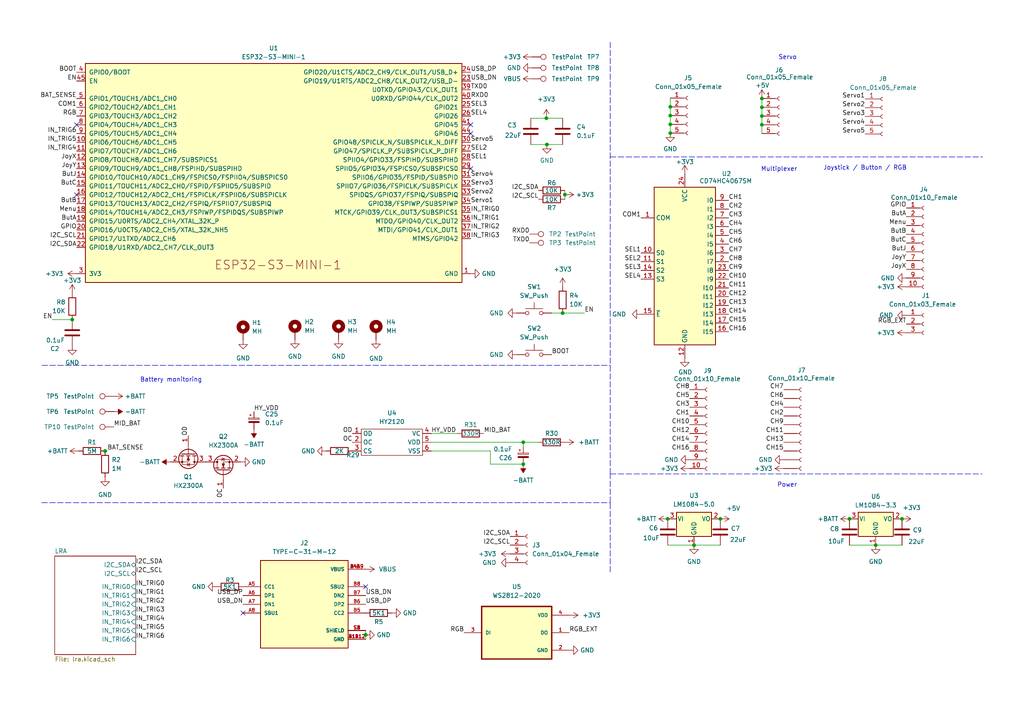
<source format=kicad_sch>
(kicad_sch (version 20211123) (generator eeschema)
  (paper "A4")
  (lib_symbols
    (symbol "74xx:CD74HC4067SM"
      (property "Reference" "U" (at -8.89 22.86 0))
      (property "Value" "CD74HC4067SM" (at 1.27 22.86 0))
      (symbol "CD74HC4067SM_1_1"
        (pin passive line (at -12.7 12.7 0) (length 3.81) (name "COM") (number "1"))
        (pin input line (at -12.7 2.54 0) (length 3.81) (name "S0") (number "10"))
        (pin input line (at -12.7 0 0) (length 3.81) (name "S1") (number "11"))
        (pin power_in line (at 0 -27.94 90) (length 3.81) (name "GND") (number "12"))
        (pin input line (at -12.7 -5.08 0) (length 3.81) (name "S3") (number "13"))
        (pin input line (at -12.7 -2.54 0) (length 3.81) (name "S2") (number "14"))
        (pin input line (at -12.7 -15.24 0) (length 3.81) (name "~{E}") (number "15"))
        (pin passive line (at 12.7 -20.32 180) (length 3.81) (name "I15") (number "16"))
        (pin passive line (at 12.7 -17.78 180) (length 3.81) (name "I14") (number "17"))
        (pin passive line (at 12.7 -15.24 180) (length 3.81) (name "I13") (number "18"))
        (pin passive line (at 12.7 -12.7 180) (length 3.81) (name "I12") (number "19"))
        (pin passive line (at 12.7 0 180) (length 3.81) (name "I7") (number "2"))
        (pin passive line (at 12.7 -10.16 180) (length 3.81) (name "I11") (number "20"))
        (pin passive line (at 12.7 -7.62 180) (length 3.81) (name "I10") (number "21"))
        (pin passive line (at 12.7 -5.08 180) (length 3.81) (name "I9") (number "22"))
        (pin passive line (at 12.7 -2.54 180) (length 3.81) (name "I8") (number "23"))
        (pin power_in line (at 0 25.4 270) (length 3.81) (name "VCC") (number "24"))
        (pin passive line (at 12.7 2.54 180) (length 3.81) (name "I6") (number "3"))
        (pin passive line (at 12.7 5.08 180) (length 3.81) (name "I5") (number "4"))
        (pin passive line (at 12.7 7.62 180) (length 3.81) (name "I4") (number "5"))
        (pin passive line (at 12.7 10.16 180) (length 3.81) (name "I3") (number "6"))
        (pin passive line (at 12.7 12.7 180) (length 3.81) (name "I2") (number "7"))
        (pin passive line (at 12.7 15.24 180) (length 3.81) (name "I1") (number "8"))
        (pin passive line (at 12.7 17.78 180) (length 3.81) (name "I0") (number "9"))
      )
    )
    (symbol "Conn_01x10_Female_1" (pin_numbers hide) (pin_names (offset 1.016) hide)
      (property "Reference" "J" (at 0 12.7 0))
      (property "Value" "Conn_01x10_Female_1" (at 0 -15.24 0))
      (symbol "Conn_01x10_Female_1_1_1"
        (pin passive line (at -5.08 10.16 0) (length 3.81) (name "Pin_1") (number "1"))
        (pin passive line (at -5.08 -12.7 0) (length 3.81) (name "Pin_10") (number "10"))
        (pin passive line (at -5.08 7.62 0) (length 3.81) (name "Pin_2") (number "2"))
        (pin passive line (at -5.08 5.08 0) (length 3.81) (name "Pin_3") (number "3"))
        (pin passive line (at -5.08 2.54 0) (length 3.81) (name "Pin_4") (number "4"))
        (pin passive line (at -5.08 0 0) (length 3.81) (name "Pin_5") (number "5"))
        (pin passive line (at -5.08 -2.54 0) (length 3.81) (name "Pin_6") (number "6"))
        (pin passive line (at -5.08 -5.08 0) (length 3.81) (name "Pin_7") (number "7"))
        (pin passive line (at -5.08 -7.62 0) (length 3.81) (name "Pin_8") (number "8"))
        (pin passive line (at -5.08 -10.16 0) (length 3.81) (name "Pin_9") (number "9"))
      )
    )
    (symbol "Connector:Conn_01x03_Female" (pin_names (offset 1.016) hide)
      (property "Reference" "J" (at 0 5.08 0))
      (property "Value" "Conn_01x03_Female" (at 0 -5.08 0))
      (symbol "Conn_01x03_Female_1_1"
        (pin passive line (at -5.08 2.54 0) (length 3.81) (name "Pin_1") (number "1"))
        (pin passive line (at -5.08 0 0) (length 3.81) (name "Pin_2") (number "2"))
        (pin passive line (at -5.08 -2.54 0) (length 3.81) (name "Pin_3") (number "3"))
      )
    )
    (symbol "Connector:Conn_01x04_Female" (pin_names (offset 1.016) hide)
      (property "Reference" "J" (at 0 5.08 0))
      (property "Value" "Conn_01x04_Female" (at 0 -7.62 0))
      (symbol "Conn_01x04_Female_1_1"
        (pin passive line (at -5.08 2.54 0) (length 3.81) (name "Pin_1") (number "1"))
        (pin passive line (at -5.08 0 0) (length 3.81) (name "Pin_2") (number "2"))
        (pin passive line (at -5.08 -2.54 0) (length 3.81) (name "Pin_3") (number "3"))
        (pin passive line (at -5.08 -5.08 0) (length 3.81) (name "Pin_4") (number "4"))
      )
    )
    (symbol "Connector:Conn_01x05_Female" (pin_names (offset 1.016) hide)
      (property "Reference" "J" (at 0 7.62 0))
      (property "Value" "Conn_01x05_Female" (at 0 -7.62 0))
      (symbol "Conn_01x05_Female_1_1"
        (pin passive line (at -5.08 5.08 0) (length 3.81) (name "Pin_1") (number "1"))
        (pin passive line (at -5.08 2.54 0) (length 3.81) (name "Pin_2") (number "2"))
        (pin passive line (at -5.08 0 0) (length 3.81) (name "Pin_3") (number "3"))
        (pin passive line (at -5.08 -2.54 0) (length 3.81) (name "Pin_4") (number "4"))
        (pin passive line (at -5.08 -5.08 0) (length 3.81) (name "Pin_5") (number "5"))
      )
    )
    (symbol "Connector:Conn_01x10_Female" (pin_names (offset 1.016) hide)
      (property "Reference" "J" (at 0 12.7 0))
      (property "Value" "Conn_01x10_Female" (at 0 -15.24 0))
      (symbol "Conn_01x10_Female_1_1"
        (pin passive line (at -5.08 10.16 0) (length 3.81) (name "Pin_1") (number "1"))
        (pin passive line (at -5.08 -12.7 0) (length 3.81) (name "Pin_10") (number "10"))
        (pin passive line (at -5.08 7.62 0) (length 3.81) (name "Pin_2") (number "2"))
        (pin passive line (at -5.08 5.08 0) (length 3.81) (name "Pin_3") (number "3"))
        (pin passive line (at -5.08 2.54 0) (length 3.81) (name "Pin_4") (number "4"))
        (pin passive line (at -5.08 0 0) (length 3.81) (name "Pin_5") (number "5"))
        (pin passive line (at -5.08 -2.54 0) (length 3.81) (name "Pin_6") (number "6"))
        (pin passive line (at -5.08 -5.08 0) (length 3.81) (name "Pin_7") (number "7"))
        (pin passive line (at -5.08 -7.62 0) (length 3.81) (name "Pin_8") (number "8"))
        (pin passive line (at -5.08 -10.16 0) (length 3.81) (name "Pin_9") (number "9"))
      )
    )
    (symbol "Connector:TestPoint" (pin_numbers hide) (pin_names (offset 0.762) hide)
      (property "Reference" "TP" (at 0 6.858 0))
      (property "Value" "TestPoint" (at 0 5.08 0))
      (symbol "TestPoint_1_1"
        (pin passive line (at 0 0 90) (length 2.54) (name "1") (number "1"))
      )
    )
    (symbol "Device:C" (pin_numbers hide) (pin_names (offset 0.254))
      (property "Reference" "C" (at 0.635 2.54 0))
      (property "Value" "C" (at 0.635 -2.54 0))
      (symbol "C_1_1"
        (pin passive line (at 0 3.81 270) (length 2.794) (name "~") (number "1"))
        (pin passive line (at 0 -3.81 90) (length 2.794) (name "~") (number "2"))
      )
    )
    (symbol "Device:C_Polarized_Small" (pin_numbers hide) (pin_names (offset 0.254) hide)
      (property "Reference" "C" (at 0.254 1.778 0))
      (property "Value" "C_Polarized_Small" (at 0.254 -2.032 0))
      (symbol "C_Polarized_Small_1_1"
        (pin passive line (at 0 2.54 270) (length 1.8542) (name "~") (number "1"))
        (pin passive line (at 0 -2.54 90) (length 1.8542) (name "~") (number "2"))
      )
    )
    (symbol "Device:R" (pin_numbers hide) (pin_names (offset 0))
      (property "Reference" "R" (at 2.032 0 90))
      (property "Value" "R" (at 0 0 90))
      (symbol "R_1_1"
        (pin passive line (at 0 3.81 270) (length 1.27) (name "~") (number "1"))
        (pin passive line (at 0 -3.81 90) (length 1.27) (name "~") (number "2"))
      )
    )
    (symbol "Espressif:ESP32-S3-MINI-1" (pin_names (offset 1.016))
      (property "Reference" "U" (at -55.88 38.1 0))
      (property "Value" "ESP32-S3-MINI-1" (at -55.88 35.56 0))
      (symbol "ESP32-S3-MINI-1_0_0"
        (text "ESP32-S3-MINI-1" (at 0 -25.4 0) (effects (font (size 2.54 2.54))))
        (pin power_in line (at 55.88 -27.94 180) (length 2.54) (name "GND") (number "1"))
        (pin bidirectional line (at -58.42 10.16 0) (length 2.54) (name "GPIO6/TOUCH6/ADC1_CH5") (number "10"))
        (pin bidirectional line (at -58.42 7.62 0) (length 2.54) (name "GPIO7/TOUCH7/ADC1_CH6") (number "11"))
        (pin bidirectional line (at -58.42 5.08 0) (length 2.54) (name "GPIO8/TOUCH8/ADC1_CH7/SUBSPICS1") (number "12"))
        (pin bidirectional line (at -58.42 2.54 0) (length 2.54) (name "GPIO9/TOUCH9/ADC1_CH8/FSPIHD/SUBSPIHD") (number "13"))
        (pin bidirectional line (at -58.42 0 0) (length 2.54) (name "GPIO10/TOUCH10/ADC1_CH9/FSPICS0/FSPIIO4/SUBSPICS0") (number "14"))
        (pin bidirectional line (at -58.42 -2.54 0) (length 2.54) (name "GPIO11/TOUCH11/ADC2_CH0/FSPID/FSPIIO5/SUBSPID") (number "15"))
        (pin bidirectional line (at -58.42 -5.08 0) (length 2.54) (name "GPIO12/TOUCH12/ADC2_CH1/FSPICLK/FSPIIO6/SUBSPICLK") (number "16"))
        (pin bidirectional line (at -58.42 -7.62 0) (length 2.54) (name "GPIO13/TOUCH13/ADC2_CH2/FSPIQ/FSPIIO7/SUBSPIQ") (number "17"))
        (pin bidirectional line (at -58.42 -10.16 0) (length 2.54) (name "GPIO14/TOUCH14/ADC2_CH3/FSPIWP/FSPIDQS/SUBSPIWP") (number "18"))
        (pin bidirectional line (at -58.42 -12.7 0) (length 2.54) (name "GPIO15/U0RTS/ADC2_CH4/XTAL_32K_P") (number "19"))
        (pin passive line (at 55.88 -27.94 180) (length 2.54) hide (name "GND") (number "2"))
        (pin bidirectional line (at -58.42 -15.24 0) (length 2.54) (name "GPIO16/U0CTS/ADC2_CH5/XTAL_32K_NH5") (number "20"))
        (pin bidirectional line (at -58.42 -17.78 0) (length 2.54) (name "GPIO17/U1TXD/ADC2_CH6") (number "21"))
        (pin bidirectional line (at -58.42 -20.32 0) (length 2.54) (name "GPIO18/U1RXD/ADC2_CH7/CLK_OUT3") (number "22"))
        (pin bidirectional line (at 55.88 27.94 180) (length 2.54) (name "GPIO19/U1RTS/ADC2_CH8/CLK_OUT2/USB_D-") (number "23"))
        (pin bidirectional line (at 55.88 30.48 180) (length 2.54) (name "GPIO20/U1CTS/ADC2_CH9/CLK_OUT1/USB_D+") (number "24"))
        (pin bidirectional line (at 55.88 20.32 180) (length 2.54) (name "GPIO21") (number "25"))
        (pin bidirectional line (at 55.88 17.78 180) (length 2.54) (name "GPIO26") (number "26"))
        (pin bidirectional line (at 55.88 7.62 180) (length 2.54) (name "GPIO47/SPICLK_P/SUBSPICLK_P_DIFF") (number "27"))
        (pin bidirectional line (at 55.88 5.08 180) (length 2.54) (name "SPIIO4/GPIO33/FSPIHD/SUBSPIHD") (number "28"))
        (pin bidirectional line (at 55.88 2.54 180) (length 2.54) (name "SPIIO5/GPIO34/FSPICS0/SUBSPICS0") (number "29"))
        (pin power_in line (at -58.42 -27.94 0) (length 2.54) (name "3V3") (number "3"))
        (pin bidirectional line (at 55.88 10.16 180) (length 2.54) (name "GPIO48/SPICLK_N/SUBSPICLK_N_DIFF") (number "30"))
        (pin bidirectional line (at 55.88 0 180) (length 2.54) (name "SPIIO6/GPIO35/FSPID/SUBSPID") (number "31"))
        (pin bidirectional line (at 55.88 -2.54 180) (length 2.54) (name "SPIIO7/GPIO36/FSPICLK/SUBSPICLK") (number "32"))
        (pin bidirectional line (at 55.88 -5.08 180) (length 2.54) (name "SPIDQS/GPIO37/FSPIQ/SUBSPIQ") (number "33"))
        (pin bidirectional line (at 55.88 -7.62 180) (length 2.54) (name "GPIO38/FSPIWP/SUBSPIWP") (number "34"))
        (pin bidirectional line (at 55.88 -10.16 180) (length 2.54) (name "MTCK/GPIO39/CLK_OUT3/SUBSPICS1") (number "35"))
        (pin bidirectional line (at 55.88 -12.7 180) (length 2.54) (name "MTDO/GPIO40/CLK_OUT2") (number "36"))
        (pin bidirectional line (at 55.88 -15.24 180) (length 2.54) (name "MTDI/GPIO41/CLK_OUT1") (number "37"))
        (pin bidirectional line (at 55.88 -17.78 180) (length 2.54) (name "MTMS/GPIO42") (number "38"))
        (pin bidirectional line (at 55.88 25.4 180) (length 2.54) (name "U0TXD/GPIO43/CLK_OUT1") (number "39"))
        (pin bidirectional line (at -58.42 30.48 0) (length 2.54) (name "GPIO0/BOOT") (number "4"))
        (pin bidirectional line (at 55.88 22.86 180) (length 2.54) (name "U0RXD/GPIO44/CLK_OUT2") (number "40"))
        (pin bidirectional line (at 55.88 15.24 180) (length 2.54) (name "GPIO45") (number "41"))
        (pin passive line (at 55.88 -27.94 180) (length 2.54) hide (name "GND") (number "42"))
        (pin passive line (at 55.88 -27.94 180) (length 2.54) hide (name "GND") (number "43"))
        (pin bidirectional line (at 55.88 12.7 180) (length 2.54) (name "GPIO46") (number "44"))
        (pin input line (at -58.42 27.94 0) (length 2.54) (name "EN") (number "45"))
        (pin passive line (at 55.88 -27.94 180) (length 2.54) hide (name "GND") (number "46"))
        (pin passive line (at 55.88 -27.94 180) (length 2.54) hide (name "GND") (number "47"))
        (pin passive line (at 55.88 -27.94 180) (length 2.54) hide (name "GND") (number "48"))
        (pin passive line (at 55.88 -27.94 180) (length 2.54) hide (name "GND") (number "49"))
        (pin bidirectional line (at -58.42 22.86 0) (length 2.54) (name "GPIO1/TOUCH1/ADC1_CH0") (number "5"))
        (pin passive line (at 55.88 -27.94 180) (length 2.54) hide (name "GND") (number "50"))
        (pin passive line (at 55.88 -27.94 180) (length 2.54) hide (name "GND") (number "51"))
        (pin passive line (at 55.88 -27.94 180) (length 2.54) hide (name "GND") (number "52"))
        (pin passive line (at 55.88 -27.94 180) (length 2.54) hide (name "GND") (number "53"))
        (pin passive line (at 55.88 -27.94 180) (length 2.54) hide (name "GND") (number "54"))
        (pin passive line (at 55.88 -27.94 180) (length 2.54) hide (name "GND") (number "55"))
        (pin passive line (at 55.88 -27.94 180) (length 2.54) hide (name "GND") (number "56"))
        (pin passive line (at 55.88 -27.94 180) (length 2.54) hide (name "GND") (number "57"))
        (pin passive line (at 55.88 -27.94 180) (length 2.54) hide (name "GND") (number "58"))
        (pin passive line (at 55.88 -27.94 180) (length 2.54) hide (name "GND") (number "59"))
        (pin bidirectional line (at -58.42 20.32 0) (length 2.54) (name "GPIO2/TOUCH2/ADC1_CH1") (number "6"))
        (pin passive line (at 55.88 -27.94 180) (length 2.54) hide (name "GND") (number "60"))
        (pin passive line (at 55.88 -27.94 180) (length 2.54) hide (name "GND") (number "61"))
        (pin passive line (at 55.88 -27.94 180) (length 2.54) hide (name "GND") (number "62"))
        (pin passive line (at 55.88 -27.94 180) (length 2.54) hide (name "GND") (number "63"))
        (pin passive line (at 55.88 -27.94 180) (length 2.54) hide (name "GND") (number "64"))
        (pin passive line (at 55.88 -27.94 180) (length 2.54) hide (name "GND") (number "65"))
        (pin bidirectional line (at -58.42 17.78 0) (length 2.54) (name "GPIO3/TOUCH3/ADC1_CH2") (number "7"))
        (pin bidirectional line (at -58.42 15.24 0) (length 2.54) (name "GPIO4/TOUCH4/ADC1_CH3") (number "8"))
        (pin bidirectional line (at -58.42 12.7 0) (length 2.54) (name "GPIO5/TOUCH5/ADC1_CH4") (number "9"))
      )
    )
    (symbol "Mechanical:MountingHole_Pad" (pin_numbers hide) (pin_names (offset 1.016) hide)
      (property "Reference" "H" (at 0 6.35 0))
      (property "Value" "MountingHole_Pad" (at 0 4.445 0))
      (symbol "MountingHole_Pad_1_1"
        (pin input line (at 0 -2.54 90) (length 2.54) (name "1") (number "1"))
      )
    )
    (symbol "Regulator_Linear:LM1084-3.3" (pin_names (offset 0.254))
      (property "Reference" "U" (at -3.81 3.175 0))
      (property "Value" "LM1084-3.3" (at 0 3.175 0))
      (symbol "LM1084-3.3_1_1"
        (pin power_in line (at 0 -7.62 90) (length 2.54) (name "GND") (number "1"))
        (pin power_out line (at 7.62 0 180) (length 2.54) (name "VO") (number "2"))
        (pin power_in line (at -7.62 0 0) (length 2.54) (name "VI") (number "3"))
      )
    )
    (symbol "Regulator_Linear:LM1084-5.0" (pin_names (offset 0.254))
      (property "Reference" "U" (at -3.81 3.175 0))
      (property "Value" "LM1084-5.0" (at 0 3.175 0))
      (symbol "LM1084-5.0_1_1"
        (pin power_in line (at 0 -7.62 90) (length 2.54) (name "GND") (number "1"))
        (pin power_out line (at 7.62 0 180) (length 2.54) (name "VO") (number "2"))
        (pin power_in line (at -7.62 0 0) (length 2.54) (name "VI") (number "3"))
      )
    )
    (symbol "Switch:SW_Push" (pin_numbers hide) (pin_names (offset 1.016) hide)
      (property "Reference" "SW" (at 1.27 2.54 0))
      (property "Value" "SW_Push" (at 0 -1.524 0))
      (symbol "SW_Push_0_1"
        (pin passive line (at -5.08 0 0) (length 2.54) (name "1") (number "1"))
        (pin passive line (at 5.08 0 180) (length 2.54) (name "2") (number "2"))
      )
    )
    (symbol "TYPE-C-31-M-12:TYPE-C-31-M-12" (pin_names (offset 1.016))
      (property "Reference" "J" (at -12.7 13.462 0))
      (property "Value" "TYPE-C-31-M-12" (at -12.7 -13.462 0))
      (symbol "TYPE-C-31-M-12_0_0"
        (pin power_in line (at 17.78 -10.16 180) (length 5.08) (name "GND") (number "A1B12"))
        (pin power_in line (at 17.78 10.16 180) (length 5.08) (name "VBUS") (number "A4B9"))
        (pin bidirectional line (at -17.78 5.08 0) (length 5.08) (name "CC1") (number "A5"))
        (pin bidirectional line (at -17.78 2.54 0) (length 5.08) (name "DP1") (number "A6"))
        (pin bidirectional line (at -17.78 0 0) (length 5.08) (name "DN1") (number "A7"))
        (pin bidirectional line (at -17.78 -2.54 0) (length 5.08) (name "SBU1") (number "A8"))
        (pin power_in line (at 17.78 -10.16 180) (length 5.08) (name "GND") (number "B1A12"))
        (pin power_in line (at 17.78 10.16 180) (length 5.08) (name "VBUS") (number "B4A9"))
        (pin bidirectional line (at 17.78 -2.54 180) (length 5.08) (name "CC2") (number "B5"))
        (pin bidirectional line (at 17.78 0 180) (length 5.08) (name "DP2") (number "B6"))
        (pin bidirectional line (at 17.78 2.54 180) (length 5.08) (name "DN2") (number "B7"))
        (pin bidirectional line (at 17.78 5.08 180) (length 5.08) (name "SBU2") (number "B8"))
        (pin passive line (at 17.78 -7.62 180) (length 5.08) (name "SHIELD") (number "S1"))
        (pin passive line (at 17.78 -7.62 180) (length 5.08) (name "SHIELD") (number "S2"))
        (pin passive line (at 17.78 -7.62 180) (length 5.08) (name "SHIELD") (number "S3"))
        (pin passive line (at 17.78 -7.62 180) (length 5.08) (name "SHIELD") (number "S4"))
      )
    )
    (symbol "Transistor_FET:2N7002E" (pin_names hide)
      (property "Reference" "Q" (at 5.08 1.905 0))
      (property "Value" "2N7002E" (at 5.08 0 0))
      (symbol "2N7002E_1_1"
        (pin input line (at -5.08 0 0) (length 2.54) (name "G") (number "1"))
        (pin passive line (at 2.54 -5.08 90) (length 2.54) (name "S") (number "2"))
        (pin passive line (at 2.54 5.08 270) (length 2.54) (name "D") (number "3"))
      )
    )
    (symbol "WS2812-2020:WS2812-2020" (pin_names (offset 1.016))
      (property "Reference" "U" (at -10.1778 7.6333 0))
      (property "Value" "WS2812-2020" (at -10.1779 -10.1779 0))
      (symbol "WS2812-2020_0_0"
        (pin output line (at 15.24 0 180) (length 5.08) (name "DO") (number "1"))
        (pin power_in line (at 15.24 -5.08 180) (length 5.08) (name "GND") (number "2"))
        (pin input line (at -15.24 0 0) (length 5.08) (name "DI") (number "3"))
        (pin power_in line (at 15.24 5.08 180) (length 5.08) (name "VDD") (number "4"))
      )
    )
    (symbol "dextra:HY2120"
      (property "Reference" "U" (at 0 0 0))
      (property "Value" "HY2120" (at 0 2.54 0))
      (symbol "HY2120_1_1"
        (pin output line (at -11.43 5.08 0) (length 2.54) (name "OD") (number "1"))
        (pin output line (at -11.43 2.54 0) (length 2.54) (name "OC") (number "2"))
        (pin input line (at -11.43 0 0) (length 2.54) (name "CS") (number "3"))
        (pin input line (at 11.43 5.08 180) (length 2.54) (name "VC") (number "4"))
        (pin power_in line (at 11.43 2.54 180) (length 2.54) (name "VDD") (number "5"))
        (pin power_in line (at 11.43 0 180) (length 2.54) (name "VSS") (number "6"))
      )
    )
    (symbol "power:+3.3V" (power) (pin_names (offset 0))
      (property "Value" "+3.3V" (at 0 3.556 0))
      (symbol "+3.3V_1_1"
        (pin power_in line (at 0 0 90) (length 0) hide (name "+3V3") (number "1"))
      )
    )
    (symbol "power:+5V" (power) (pin_names (offset 0))
      (property "Value" "+5V" (at 0 3.556 0))
      (symbol "+5V_1_1"
        (pin power_in line (at 0 0 90) (length 0) hide (name "+5V") (number "1"))
      )
    )
    (symbol "power:+BATT" (power) (pin_names (offset 0))
      (property "Value" "+BATT" (at 0 3.556 0))
      (symbol "+BATT_1_1"
        (pin power_in line (at 0 0 90) (length 0) hide (name "+BATT") (number "1"))
      )
    )
    (symbol "power:-BATT" (power) (pin_names (offset 0))
      (property "Value" "-BATT" (at 0 3.556 0))
      (symbol "-BATT_1_1"
        (pin power_in line (at 0 0 90) (length 0) hide (name "-BATT") (number "1"))
      )
    )
    (symbol "power:GND" (power) (pin_names (offset 0))
      (property "Value" "GND" (at 0 -3.81 0))
      (symbol "GND_1_1"
        (pin power_in line (at 0 0 270) (length 0) hide (name "GND") (number "1"))
      )
    )
    (symbol "power:VBUS" (power) (pin_names (offset 0))
      (property "Value" "VBUS" (at 0 3.81 0))
      (symbol "VBUS_1_1"
        (pin power_in line (at 0 0 90) (length 0) hide (name "VBUS") (number "1"))
      )
    )
  )
  (junction (at 106.045 184.15))
  (junction (at 194.4116 36.068))
  (junction (at 163.195 90.805))
  (junction (at 220.98 33.655))
  (junction (at 158.623 41.91))
  (junction (at 194.4116 33.528))
  (junction (at 151.765 134.62))
  (junction (at 201.295 158.115))
  (junction (at 30.48 130.81))
  (junction (at 158.4706 34.29))
  (junction (at 220.98 28.575))
  (junction (at 20.955 92.71))
  (junction (at 194.4116 30.988))
  (junction (at 208.915 150.495))
  (junction (at 220.98 31.115))
  (junction (at 261.62 150.495))
  (junction (at 254 158.115))
  (junction (at 246.38 150.495))
  (junction (at 151.765 128.27))
  (junction (at 163.83 56.4642))
  (junction (at 194.4116 38.608))
  (junction (at 220.98 36.195))
  (junction (at 193.675 150.495))
  (no_connect (at 136.525 48.895))
  (no_connect (at 136.525 38.735))
  (no_connect (at 106.045 170.18))
  (no_connect (at 22.225 36.195))
  (no_connect (at 22.225 56.515))
  (no_connect (at 70.485 177.8))
  (no_connect (at 136.525 36.195))
  (wire (pts (xy 160.02 90.805) (xy 163.195 90.805)))
  (wire (pts (xy 193.675 158.115) (xy 201.295 158.115)))
  (wire (pts (xy 220.98 33.655) (xy 220.98 36.195)))
  (wire (pts (xy 163.83 55.245) (xy 163.83 56.4642)))
  (wire (pts (xy 142.24 130.81) (xy 125.095 130.81)))
  (wire (pts (xy 15.1638 92.71) (xy 20.955 92.71)))
  (wire (pts (xy 125.095 125.73) (xy 132.715 125.73)))
  (wire (pts (xy 153.9494 41.91) (xy 158.623 41.91)))
  (wire (pts (xy 163.195 90.805) (xy 169.545 90.805)))
  (wire (pts (xy 106.045 184.15) (xy 106.045 185.42)))
  (wire (pts (xy 151.765 128.27) (xy 151.765 129.54)))
  (wire (pts (xy 194.4116 28.448) (xy 194.4116 30.988)))
  (wire (pts (xy 151.765 128.27) (xy 156.21 128.27)))
  (wire (pts (xy 142.24 134.62) (xy 151.765 134.62)))
  (wire (pts (xy 194.4116 33.528) (xy 194.4116 36.068)))
  (wire (pts (xy 194.4116 36.068) (xy 194.4116 38.608)))
  (wire (pts (xy 158.623 41.91) (xy 163.195 41.91)))
  (wire (pts (xy 201.295 158.115) (xy 208.915 158.115)))
  (polyline (pts (xy 176.9872 105.9688) (xy 176.9872 106.172)))
  (polyline (pts (xy 176.9872 145.7452) (xy 176.9872 137.4648)))
  (polyline (pts (xy 12.0904 145.796) (xy 176.9872 145.796)))
  (wire (pts (xy 254 158.115) (xy 261.62 158.115)))
  (wire (pts (xy 220.98 28.575) (xy 220.98 31.115)))
  (polyline (pts (xy 176.9872 45.5168) (xy 284.988 45.5168)))
  (wire (pts (xy 30.48 130.81) (xy 31.115 130.81)))
  (wire (pts (xy 125.095 128.27) (xy 151.765 128.27)))
  (polyline (pts (xy 176.9872 137.4648) (xy 176.9872 45.5168)))
  (wire (pts (xy 220.98 36.195) (xy 220.98 38.735)))
  (wire (pts (xy 194.4116 30.988) (xy 194.4116 33.528)))
  (wire (pts (xy 220.98 31.115) (xy 220.98 33.655)))
  (polyline (pts (xy 176.9872 137.4648) (xy 284.8356 137.4648)))
  (wire (pts (xy 246.38 158.115) (xy 254 158.115)))
  (polyline (pts (xy 176.9872 165.9128) (xy 176.9872 145.796)))
  (wire (pts (xy 142.24 130.81) (xy 142.24 134.62)))
  (wire (pts (xy 158.4706 34.29) (xy 163.195 34.29)))
  (wire (pts (xy 163.83 56.4642) (xy 163.83 57.785)))
  (wire (pts (xy 106.045 182.88) (xy 106.045 184.15)))
  (polyline (pts (xy 12.1412 105.9688) (xy 176.9872 105.9688)))
  (wire (pts (xy 153.9494 34.29) (xy 158.4706 34.29)))
  (polyline (pts (xy 176.9872 12.2428) (xy 176.9872 45.5168)))
  (text "Multiplexer" (at 220.6752 49.8856 0) (effects (font (size 1.27 1.27)) (justify left bottom)))
  (text "Battery monitoring" (at 40.5892 110.998 0) (effects (font (size 1.27 1.27)) (justify left bottom)))
  (text "Power" (at 225.3996 141.478 0) (effects (font (size 1.27 1.27)) (justify left bottom)))
  (text "Joystick / Button / RGB" (at 238.76 49.53 0) (effects (font (size 1.27 1.27)) (justify left bottom)))
  (text "Servo" (at 225.7552 17.4752 0) (effects (font (size 1.27 1.27)) (justify left bottom)))
  (label "SEL4" (at 136.525 33.655 0))
  (label "CH2" (at 211.328 60.6552 0))
  (label "Servo4" (at 136.525 51.435 0))
  (label "RGB" (at 22.225 33.655 180))
  (label "CH15" (at 211.328 93.6752 0))
  (label "CH5" (at 200.025 115.57 180))
  (label "CH14" (at 211.328 91.1352 0))
  (label "TXD0" (at 153.5938 70.4342 180))
  (label "CH4" (at 227.33 118.11 180))
  (label "Servo3" (at 250.9012 33.782 180))
  (label "IN_TRIG3" (at 136.525 69.215 0))
  (label "ButJ" (at 22.225 51.435 180))
  (label "CH8" (at 200.025 113.03 180))
  (label "I2C_SCL" (at 39.37 166.37 0))
  (label "RXD0" (at 136.525 28.575 0))
  (label "ButC" (at 22.225 53.975 180))
  (label "ButA" (at 262.89 62.865 180))
  (label "BAT_SENSE" (at 31.115 130.81 0))
  (label "CH3" (at 211.328 63.1952 0))
  (label "JoyY" (at 262.89 75.565 180))
  (label "Menu" (at 262.89 65.405 180))
  (label "HY_VDD" (at 73.66 119.38 0))
  (label "CH12" (at 211.328 86.0552 0))
  (label "IN_TRIG6" (at 22.225 38.735 180))
  (label "BOOT" (at 22.225 20.955 180))
  (label "CH2" (at 227.33 120.65 180))
  (label "ButB" (at 262.89 67.945 180))
  (label "IN_TRIG0" (at 136.525 61.595 0))
  (label "ButC" (at 262.89 70.485 180))
  (label "COM1" (at 22.225 31.115 180))
  (label "Servo2" (at 136.525 56.515 0))
  (label "Servo5" (at 250.9012 38.862 180))
  (label "SEL3" (at 185.928 78.4352 180))
  (label "SEL1" (at 136.525 46.355 0))
  (label "SEL2" (at 136.525 43.815 0))
  (label "I2C_SCL" (at 156.21 57.785 180))
  (label "CH3" (at 200.025 118.11 180))
  (label "CH14" (at 200.025 128.27 180))
  (label "EN" (at 22.225 23.495 180))
  (label "JoyX" (at 22.225 46.355 180))
  (label "Menu" (at 22.225 61.595 180))
  (label "CH16" (at 211.328 96.2152 0))
  (label "IN_TRIG0" (at 39.37 170.18 0))
  (label "IN_TRIG4" (at 39.37 180.34 0))
  (label "SEL3" (at 136.525 31.115 0))
  (label "BAT_SENSE" (at 22.225 28.575 180))
  (label "Servo3" (at 136.525 53.975 0))
  (label "CH8" (at 211.328 75.8952 0))
  (label "RGB" (at 134.62 183.515 180))
  (label "IN_TRIG5" (at 22.225 41.275 180))
  (label "Servo4" (at 250.9012 36.322 180))
  (label "CH11" (at 227.33 125.73 180))
  (label "OD" (at 54.61 126.365 90))
  (label "SEL2" (at 185.928 75.8952 180))
  (label "I2C_SCL" (at 22.225 69.215 180))
  (label "CH11" (at 211.328 83.5152 0))
  (label "CH9" (at 227.33 123.19 180))
  (label "I2C_SDA" (at 147.955 155.575 180))
  (label "RGB_EXT" (at 262.89 93.98 180))
  (label "USB_DN" (at 70.485 175.26 180))
  (label "CH12" (at 200.025 125.73 180))
  (label "CH7" (at 211.328 73.3552 0))
  (label "ButJ" (at 262.89 73.025 180))
  (label "Servo1" (at 250.9012 28.702 180))
  (label "SEL4" (at 185.928 80.9752 180))
  (label "OD" (at 102.235 125.73 180))
  (label "USB_DN" (at 106.045 172.72 0))
  (label "TXD0" (at 136.525 26.035 0))
  (label "GPIO" (at 22.225 66.675 180))
  (label "CH4" (at 211.328 65.7352 0))
  (label "IN_TRIG4" (at 22.225 43.815 180))
  (label "RGB_EXT" (at 165.1 183.515 0))
  (label "RXD0" (at 153.5938 67.8942 180))
  (label "IN_TRIG5" (at 39.37 182.88 0))
  (label "CH7" (at 227.33 113.03 180))
  (label "IN_TRIG6" (at 39.37 185.42 0))
  (label "MID_BAT" (at 33.02 123.825 0))
  (label "CH13" (at 227.33 128.27 180))
  (label "CH1" (at 211.328 58.1152 0))
  (label "OC" (at 64.77 141.605 270))
  (label "CH9" (at 211.328 78.4352 0))
  (label "CH6" (at 227.33 115.57 180))
  (label "CH6" (at 211.328 70.8152 0))
  (label "COM1" (at 185.928 63.1952 180))
  (label "SEL1" (at 185.928 73.3552 180))
  (label "ButA" (at 22.225 64.135 180))
  (label "CH10" (at 211.328 80.9752 0))
  (label "CH5" (at 211.328 68.2752 0))
  (label "MID_BAT" (at 140.335 125.73 0))
  (label "Servo2" (at 250.9012 31.242 180))
  (label "USB_DN" (at 136.525 23.495 0))
  (label "CH10" (at 200.025 123.19 180))
  (label "HY_VDD" (at 125.095 125.73 0))
  (label "I2C_SDA" (at 22.225 71.755 180))
  (label "I2C_SDA" (at 39.37 163.83 0))
  (label "IN_TRIG2" (at 136.525 66.675 0))
  (label "USB_DP" (at 106.045 175.26 0))
  (label "JoyY" (at 22.225 48.895 180))
  (label "GPIO" (at 262.89 60.325 180))
  (label "CH1" (at 200.025 120.65 180))
  (label "CH15" (at 227.33 130.81 180))
  (label "CH16" (at 200.025 130.81 180))
  (label "Servo5" (at 136.525 41.275 0))
  (label "I2C_SCL" (at 147.955 158.115 180))
  (label "IN_TRIG1" (at 136.525 64.135 0))
  (label "EN" (at 169.545 90.805 0))
  (label "USB_DP" (at 70.485 172.72 180))
  (label "Servo1" (at 136.525 59.055 0))
  (label "I2C_SDA" (at 156.21 55.245 180))
  (label "EN" (at 15.1638 92.71 180))
  (label "ButB" (at 22.225 59.055 180))
  (label "IN_TRIG3" (at 39.37 177.8 0))
  (label "CH13" (at 211.328 88.5952 0))
  (label "IN_TRIG2" (at 39.37 175.26 0))
  (label "BOOT" (at 160.02 102.87 0))
  (label "IN_TRIG1" (at 39.37 172.72 0))
  (label "OC" (at 102.235 128.27 180))
  (label "USB_DP" (at 136.525 20.955 0))
  (label "JoyX" (at 262.89 78.105 180))
  (symbol (lib_id "Transistor_FET:2N7002E") (at 54.61 131.445 270) (unit 1)
    (property "Reference" "Q1" (at 54.61 138.303 90))
    (property "Value" "HX2300A" (at 54.61 140.843 90))
    (property "Footprint" "Package_TO_SOT_SMD:SOT-23" (effects hide))
    (property "Datasheet" "http://www.diodes.com/assets/Datasheets/ds30376.pdf" (effects hide))
    (property "LCSC" "C296302" (effects hide))
  )
  (symbol (lib_id "power:+BATT") (at 246.38 150.495 90) (unit 1)
    (property "Reference" "#PWR0101" (effects hide))
    (property "Value" "+BATT" (at 243.205 150.4949 90) (effects (justify left)))
  )
  (symbol (lib_id "power:-BATT") (at 73.66 124.46 180) (unit 1)
    (property "Reference" "#PWR0132" (effects hide))
    (property "Value" "-BATT" (at 73.66 128.905 0))
  )
  (symbol (lib_id "Device:C_Polarized_Small") (at 151.765 132.08 0) (unit 1)
    (property "Reference" "C26" (at 148.59 132.804 0) (effects (justify right)))
    (property "Value" "0.1uF" (at 148.59 130.264 0) (effects (justify right)))
    (property "Footprint" "Capacitor_SMD:CP_Elec_4x5.4" (effects hide))
    (property "LCSC" "C271438" (effects hide))
  )
  (symbol (lib_id "power:GND") (at 70.5104 98.6536 0) (unit 1)
    (property "Reference" "#PWR0151" (effects hide))
    (property "Value" "GND" (at 70.5104 103.886 0))
  )
  (symbol (lib_id "Device:C") (at 246.38 154.305 0) (unit 1)
    (property "Reference" "C8" (at 240.6904 153.3906 0) (effects (justify left)))
    (property "Value" "10uF" (at 240.1316 156.9974 0) (effects (justify left)))
    (property "Footprint" "Capacitor_SMD:C_0402_1005Metric" (effects hide))
  )
  (symbol (lib_id "power:VBUS") (at 154.305 22.86 90) (unit 1)
    (property "Reference" "#PWR0114" (effects hide))
    (property "Value" "VBUS" (at 151.13 22.8599 90) (effects (justify left)))
  )
  (symbol (lib_id "power:GND") (at 200.025 133.35 270) (unit 1)
    (property "Reference" "#PWR0135" (effects hide))
    (property "Value" "GND" (at 196.7738 133.3499 90) (effects (justify right)))
  )
  (symbol (lib_id "power:GND") (at 30.48 138.43 0) (unit 1)
    (property "Reference" "#PWR0120" (effects hide))
    (property "Value" "GND" (at 30.48 143.51 0))
  )
  (symbol (lib_id "Regulator_Linear:LM1084-5.0") (at 201.295 150.495 0) (unit 1)
    (property "Reference" "U3" (at 201.295 143.7386 0))
    (property "Value" "LM1084-5.0" (at 201.295 146.2786 0))
    (property "Footprint" "Package_TO_SOT_SMD:TO-263-2" (effects hide))
    (property "Datasheet" "http://www.ti.com/lit/ds/symlink/lm1084.pdf" (effects hide))
  )
  (symbol (lib_id "power:+3.3V") (at 262.89 96.52 90) (unit 1)
    (property "Reference" "#PWR0121" (effects hide))
    (property "Value" "+3.3V" (at 259.5372 96.5199 90) (effects (justify left)))
  )
  (symbol (lib_id "power:GND") (at 165.1 188.595 90) (unit 1)
    (property "Reference" "#PWR0144" (effects hide))
    (property "Value" "GND" (at 168.275 188.5949 90) (effects (justify right)))
  )
  (symbol (lib_id "power:GND") (at 98.1964 98.4504 0) (unit 1)
    (property "Reference" "#PWR0153" (effects hide))
    (property "Value" "GND" (at 98.1964 103.378 0))
  )
  (symbol (lib_id "Connector:TestPoint") (at 154.305 16.51 270) (unit 1) (in_bom no)
    (property "Reference" "TP7" (at 172.085 16.51 90))
    (property "Value" "TestPoint" (at 164.465 16.51 90))
    (property "Footprint" "TestPoint:TestPoint_Pad_D1.5mm" (effects hide))
  )
  (symbol (lib_id "power:GND") (at 113.665 177.8 90) (unit 1)
    (property "Reference" "#PWR0106" (effects hide))
    (property "Value" "GND" (at 116.84 177.7999 90) (effects (justify right)))
  )
  (symbol (lib_id "power:+3.3V") (at 158.4706 34.29 0) (unit 1)
    (property "Reference" "#PWR0129" (effects hide))
    (property "Value" "+3.3V" (at 158.4706 28.7528 0))
  )
  (symbol (lib_id "power:+BATT") (at 22.86 130.81 90) (unit 1)
    (property "Reference" "#PWR0119" (effects hide))
    (property "Value" "+BATT" (at 19.685 130.8099 90) (effects (justify left)))
  )
  (symbol (lib_id "power:+3.3V") (at 227.33 135.89 90) (unit 1)
    (property "Reference" "#PWR0137" (effects hide))
    (property "Value" "+3.3V" (at 224.0788 135.8899 90) (effects (justify left)))
  )
  (symbol (lib_id "Mechanical:MountingHole_Pad") (at 109.0676 95.9612 0) (unit 1) (in_bom no)
    (property "Reference" "H4" (at 112.014 93.4211 0) (effects (justify left)))
    (property "Value" "MH" (at 112.014 95.9611 0) (effects (justify left)))
    (property "Footprint" "MountingHole:MountingHole_2.2mm_M2_Pad" (effects hide))
  )
  (symbol (lib_id "power:GND") (at 185.928 91.1352 270) (unit 1)
    (property "Reference" "#PWR0161" (effects hide))
    (property "Value" "GND" (at 181.61 91.1351 90) (effects (justify right)))
  )
  (symbol (lib_id "power:GND") (at 227.33 133.35 270) (unit 1)
    (property "Reference" "#PWR0138" (effects hide))
    (property "Value" "GND" (at 224.0788 133.3499 90) (effects (justify right)))
  )
  (symbol (lib_id "power:GND") (at 254 158.115 0) (unit 1)
    (property "Reference" "#PWR0139" (effects hide))
    (property "Value" "GND" (at 254 162.8902 0))
  )
  (symbol (lib_id "power:+3.3V") (at 165.1 178.435 270) (unit 1)
    (property "Reference" "#PWR0122" (effects hide))
    (property "Value" "+3.3V" (at 168.91 178.4349 90) (effects (justify left)))
  )
  (symbol (lib_id "power:GND") (at 194.4116 38.608 0) (unit 1)
    (property "Reference" "#PWR0147" (effects hide))
    (property "Value" "GND" (at 194.4116 43.18 0))
  )
  (symbol (lib_id "Device:R") (at 109.855 177.8 90) (unit 1)
    (property "Reference" "R5" (at 109.855 180.34 90))
    (property "Value" "5K1" (at 109.855 177.8 90))
    (property "Footprint" "Resistor_SMD:R_0402_1005Metric" (effects hide))
  )
  (symbol (lib_name "Conn_01x10_Female_1") (lib_id "Connector:Conn_01x10_Female") (at 232.41 123.19 0) (unit 1)
    (property "Reference" "J7" (at 231.2924 107.3912 0) (effects (justify left)))
    (property "Value" "Conn_01x10_Female" (at 222.7072 109.6772 0) (effects (justify left)))
    (property "Footprint" "Connector_PinHeader_2.54mm:PinHeader_1x10_P2.54mm_Vertical" (effects hide))
  )
  (symbol (lib_id "Connector:Conn_01x05_Female") (at 255.9812 33.782 0) (unit 1)
    (property "Reference" "J8" (at 254.8636 22.86 0) (effects (justify left)))
    (property "Value" "Conn_01x05_Female" (at 246.4308 25.4 0) (effects (justify left)))
    (property "Footprint" "Connector_PinHeader_2.54mm:PinHeader_1x05_P2.54mm_Vertical" (effects hide))
  )
  (symbol (lib_id "power:GND") (at 20.955 100.33 0) (mirror y) (unit 1)
    (property "Reference" "#PWR0126" (effects hide))
    (property "Value" "GND" (at 20.955 105.156 0))
  )
  (symbol (lib_id "Mechanical:MountingHole_Pad") (at 85.5472 95.9104 0) (unit 1) (in_bom no)
    (property "Reference" "H2" (at 88.2904 93.3703 0) (effects (justify left)))
    (property "Value" "MH" (at 88.2904 95.9103 0) (effects (justify left)))
    (property "Footprint" "MountingHole:MountingHole_2.2mm_M2_Pad" (effects hide))
  )
  (symbol (lib_id "Device:R") (at 163.195 86.995 0) (unit 1)
    (property "Reference" "R4" (at 165.1 85.7249 0) (effects (justify left)))
    (property "Value" "10K" (at 165.1 88.2649 0) (effects (justify left)))
    (property "Footprint" "Resistor_SMD:R_0402_1005Metric" (effects hide))
  )
  (symbol (lib_id "power:+3.3V") (at 20.955 85.09 0) (mirror y) (unit 1)
    (property "Reference" "#PWR0125" (effects hide))
    (property "Value" "+3.3V" (at 20.955 81.3308 0))
  )
  (symbol (lib_id "Connector:TestPoint") (at 33.02 123.825 90) (unit 1) (in_bom no)
    (property "Reference" "TP10" (at 15.24 123.825 90))
    (property "Value" "TestPoint" (at 22.86 123.825 90))
    (property "Footprint" "TestPoint:TestPoint_Pad_D1.5mm" (effects hide))
  )
  (symbol (lib_id "Device:R") (at 160.02 128.27 90) (unit 1)
    (property "Reference" "R30" (at 160.02 125.73 90))
    (property "Value" "330R" (at 160.02 128.27 90))
    (property "Footprint" "Resistor_SMD:R_0402_1005Metric" (effects hide))
  )
  (symbol (lib_id "power:+5V") (at 220.98 28.575 0) (unit 1)
    (property "Reference" "#PWR0103" (effects hide))
    (property "Value" "+5V" (at 219.075 24.765 0) (effects (justify left)))
  )
  (symbol (lib_id "Switch:SW_Push") (at 154.94 102.87 0) (unit 1)
    (property "Reference" "SW2" (at 154.94 95.25 0))
    (property "Value" "SW_Push" (at 154.94 97.79 0))
    (property "Footprint" "Button_Switch_SMD:SW_Push_SPST_NO_Alps_SKRK" (effects hide))
  )
  (symbol (lib_id "Connector:TestPoint") (at 154.305 22.86 270) (unit 1) (in_bom no)
    (property "Reference" "TP9" (at 172.085 22.86 90))
    (property "Value" "TestPoint" (at 164.465 22.86 90))
    (property "Footprint" "TestPoint:TestPoint_Pad_D1.5mm" (effects hide))
  )
  (symbol (lib_id "Connector:Conn_01x05_Female") (at 226.06 33.655 0) (unit 1)
    (property "Reference" "J6" (at 224.79 20.32 0) (effects (justify left)))
    (property "Value" "Conn_01x05_Female" (at 216.3826 22.352 0) (effects (justify left)))
    (property "Footprint" "Connector_PinHeader_2.54mm:PinHeader_1x05_P2.54mm_Vertical" (effects hide))
  )
  (symbol (lib_id "power:GND") (at 149.86 90.805 270) (unit 1)
    (property "Reference" "#PWR0108" (effects hide))
    (property "Value" "GND" (at 146.05 90.8049 90) (effects (justify right)))
  )
  (symbol (lib_id "power:GND") (at 106.045 184.15 90) (unit 1)
    (property "Reference" "#PWR0105" (effects hide))
    (property "Value" "GND" (at 109.22 184.1499 90) (effects (justify right)))
  )
  (symbol (lib_id "power:+3.3V") (at 262.89 83.185 90) (unit 1)
    (property "Reference" "#PWR0150" (effects hide))
    (property "Value" "+3.3V" (at 259.5372 83.1849 90) (effects (justify left)))
  )
  (symbol (lib_id "Device:R") (at 160.02 57.785 90) (unit 1)
    (property "Reference" "R7" (at 160.02 60.2742 90))
    (property "Value" "10K" (at 159.9692 57.8866 90))
    (property "Footprint" "Resistor_SMD:R_0402_1005Metric" (effects hide))
  )
  (symbol (lib_id "power:+3.3V") (at 22.225 79.375 90) (unit 1)
    (property "Reference" "#PWR0127" (effects hide))
    (property "Value" "+3.3V" (at 18.415 79.3749 90) (effects (justify left)))
  )
  (symbol (lib_id "power:GND") (at 154.305 19.685 270) (unit 1)
    (property "Reference" "#PWR0112" (effects hide))
    (property "Value" "GND" (at 151.13 19.6849 90) (effects (justify right)))
  )
  (symbol (lib_id "Connector:TestPoint") (at 153.5938 70.4342 270) (unit 1) (in_bom no)
    (property "Reference" "TP3" (at 159.2326 70.4342 90) (effects (justify left)))
    (property "Value" "TestPoint" (at 163.9062 70.4342 90) (effects (justify left)))
    (property "Footprint" "TestPoint:TestPoint_Pad_D1.5mm" (effects hide))
  )
  (symbol (lib_id "power:GND") (at 62.865 170.18 270) (unit 1)
    (property "Reference" "#PWR0111" (effects hide))
    (property "Value" "GND" (at 59.69 170.1799 90) (effects (justify right)))
  )
  (symbol (lib_id "Connector:TestPoint") (at 154.305 19.685 270) (unit 1) (in_bom no)
    (property "Reference" "TP8" (at 172.085 19.685 90))
    (property "Value" "TestPoint" (at 164.465 19.685 90))
    (property "Footprint" "TestPoint:TestPoint_Pad_D1.5mm" (effects hide))
  )
  (symbol (lib_id "Device:R") (at 98.425 130.81 90) (unit 1)
    (property "Reference" "R29" (at 102.362 131.953 90))
    (property "Value" "2K" (at 98.425 130.81 90))
    (property "Footprint" "Resistor_SMD:R_0402_1005Metric" (effects hide))
  )
  (symbol (lib_id "power:+3.3V") (at 261.62 150.495 270) (unit 1)
    (property "Reference" "#PWR0136" (effects hide))
    (property "Value" "+3.3V" (at 261.7724 147.2438 90) (effects (justify left)))
  )
  (symbol (lib_id "dextra:HY2120") (at 113.665 130.81 0) (unit 1)
    (property "Reference" "U4" (at 113.665 119.761 0))
    (property "Value" "HY2120" (at 113.665 122.301 0))
    (property "Footprint" "Package_TO_SOT_SMD:SOT-23-6" (effects hide))
  )
  (symbol (lib_id "Device:R") (at 66.675 170.18 90) (unit 1)
    (property "Reference" "R3" (at 66.675 168.275 90))
    (property "Value" "5K1" (at 66.675 170.18 90))
    (property "Footprint" "Resistor_SMD:R_0402_1005Metric" (effects hide))
  )
  (symbol (lib_id "Mechanical:MountingHole_Pad") (at 70.5104 96.1136 0) (unit 1) (in_bom no)
    (property "Reference" "H1" (at 73.0504 93.5735 0) (effects (justify left)))
    (property "Value" "MH" (at 73.0504 96.1135 0) (effects (justify left)))
    (property "Footprint" "MountingHole:MountingHole_2.2mm_M2_Pad" (effects hide))
  )
  (symbol (lib_id "power:GND") (at 94.615 130.81 270) (unit 1)
    (property "Reference" "#PWR0227" (effects hide))
    (property "Value" "GND" (at 91.44 130.8099 90) (effects (justify right)))
  )
  (symbol (lib_id "Device:C") (at 193.675 154.305 0) (unit 1)
    (property "Reference" "C6" (at 188.1886 153.1366 0) (effects (justify left)))
    (property "Value" "10uF" (at 186.4614 156.0322 0) (effects (justify left)))
    (property "Footprint" "Capacitor_SMD:C_0402_1005Metric" (effects hide))
  )
  (symbol (lib_id "Connector:Conn_01x10_Female") (at 205.105 123.19 0) (unit 1) (in_bom no)
    (property "Reference" "J9" (at 204.0382 107.5436 0) (effects (justify left)))
    (property "Value" "Conn_01x10_Female" (at 195.3514 109.8804 0) (effects (justify left)))
    (property "Footprint" "Connector_PinHeader_2.54mm:PinHeader_1x10_P2.54mm_Vertical" (effects hide))
  )
  (symbol (lib_id "Device:C") (at 163.195 38.1 0) (unit 1)
    (property "Reference" "C4" (at 167.2082 36.8299 0) (effects (justify left)))
    (property "Value" "0.1uF" (at 167.2082 39.3699 0) (effects (justify left)))
    (property "Footprint" "Capacitor_SMD:C_0402_1005Metric" (effects hide))
  )
  (symbol (lib_id "power:+BATT") (at 193.675 150.495 90) (unit 1)
    (property "Reference" "#PWR0118" (effects hide))
    (property "Value" "+BATT" (at 190.5 150.4949 90) (effects (justify left)))
  )
  (symbol (lib_id "power:GND") (at 149.86 102.87 270) (unit 1)
    (property "Reference" "#PWR0107" (effects hide))
    (property "Value" "GND" (at 146.05 102.8699 90) (effects (justify right)))
  )
  (symbol (lib_id "power:GND") (at 109.0676 98.5012 0) (unit 1)
    (property "Reference" "#PWR0154" (effects hide))
    (property "Value" "GND" (at 109.0676 103.9876 0))
  )
  (symbol (lib_id "power:+3.3V") (at 198.628 50.4952 0) (unit 1)
    (property "Reference" "#PWR0116" (effects hide))
    (property "Value" "+3.3V" (at 198.628 46.9392 0))
  )
  (symbol (lib_id "Device:C") (at 153.9494 38.1 0) (unit 1)
    (property "Reference" "C3" (at 147.1422 36.322 0) (effects (justify left)))
    (property "Value" "22uF" (at 146.3802 39.2684 0) (effects (justify left)))
    (property "Footprint" "Capacitor_SMD:C_0402_1005Metric" (effects hide))
  )
  (symbol (lib_id "TYPE-C-31-M-12:TYPE-C-31-M-12") (at 88.265 175.26 0) (unit 1)
    (property "Reference" "J2" (at 88.265 157.48 0))
    (property "Value" "TYPE-C-31-M-12" (at 88.265 160.02 0))
    (property "Footprint" "TYPE-C-31-M-12:HRO_TYPE-C-31-M-12" (effects hide))
    (property "MANUFACTURER" "HRO Electronics" (effects hide))
    (property "PARTREV" "A" (effects hide))
    (property "MAXIMUM_PACKAGE_HEIGHT" "3.31mm" (effects hide))
    (property "STANDARD" "Manufacturer Recommendations" (effects hide))
  )
  (symbol (lib_id "power:GND") (at 69.85 133.985 90) (unit 1)
    (property "Reference" "#PWR0133" (effects hide))
    (property "Value" "GND" (at 73.025 133.9849 90) (effects (justify right)))
  )
  (symbol (lib_id "power:GND") (at 136.525 79.375 90) (unit 1)
    (property "Reference" "#PWR0124" (effects hide))
    (property "Value" "GND" (at 139.7 79.3749 90) (effects (justify right)))
  )
  (symbol (lib_id "power:GND") (at 198.628 103.8352 0) (unit 1)
    (property "Reference" "#PWR0115" (effects hide))
    (property "Value" "GND" (at 198.755 107.95 0))
  )
  (symbol (lib_id "Connector:TestPoint") (at 33.02 119.38 90) (unit 1) (in_bom no)
    (property "Reference" "TP6" (at 15.24 119.38 90))
    (property "Value" "TestPoint" (at 22.86 119.38 90))
    (property "Footprint" "TestPoint:TestPoint_Pad_D1.5mm" (effects hide))
  )
  (symbol (lib_id "Transistor_FET:2N7002E") (at 64.77 136.525 90) (unit 1)
    (property "Reference" "Q2" (at 64.77 126.619 90))
    (property "Value" "HX2300A" (at 64.77 129.159 90))
    (property "Footprint" "Package_TO_SOT_SMD:SOT-23" (effects hide))
    (property "Datasheet" "http://www.diodes.com/assets/Datasheets/ds30376.pdf" (effects hide))
    (property "LCSC" "C296302" (effects hide))
  )
  (symbol (lib_id "power:+3.3V") (at 163.83 56.4642 270) (unit 1)
    (property "Reference" "#PWR0143" (effects hide))
    (property "Value" "+3.3V" (at 167.0304 56.4641 90) (effects (justify left)))
  )
  (symbol (lib_id "power:+3.3V") (at 154.305 16.51 90) (unit 1)
    (property "Reference" "#PWR0113" (effects hide))
    (property "Value" "+3.3V" (at 151.13 16.5099 90) (effects (justify left)))
  )
  (symbol (lib_id "Device:C") (at 20.955 96.52 0) (mirror x) (unit 1)
    (property "Reference" "C2" (at 14.5542 101.1428 0) (effects (justify left)))
    (property "Value" "0.1uF" (at 13.335 98.7044 0) (effects (justify left)))
    (property "Footprint" "Capacitor_SMD:C_0402_1005Metric" (effects hide))
  )
  (symbol (lib_id "Espressif:ESP32-S3-MINI-1") (at 80.645 51.435 0) (unit 1)
    (property "Reference" "U1" (at 79.375 13.97 0))
    (property "Value" "ESP32-S3-MINI-1" (at 79.375 16.51 0))
    (property "Footprint" "Espressif:ESP32-S3-MINI-1" (effects hide))
    (property "Datasheet" "https://www.espressif.com/sites/default/files/documentation/esp32-s3-mini-1_mini-1u_datasheet_en.pdf" (effects hide))
  )
  (symbol (lib_id "power:GND") (at 158.623 41.91 0) (unit 1)
    (property "Reference" "#PWR0128" (effects hide))
    (property "Value" "GND" (at 158.623 46.5328 0))
  )
  (symbol (lib_id "Connector:Conn_01x03_Female") (at 267.97 93.98 0) (unit 1) (in_bom no)
    (property "Reference" "J1" (at 267.335 85.725 0) (effects (justify left)))
    (property "Value" "Conn_01x03_Female" (at 257.81 88.265 0) (effects (justify left)))
    (property "Footprint" "Connector_PinHeader_2.54mm:PinHeader_1x03_P2.54mm_Vertical" (effects hide))
  )
  (symbol (lib_id "Device:R") (at 160.02 55.245 90) (unit 1)
    (property "Reference" "R6" (at 160.02 53.0606 90))
    (property "Value" "10K" (at 159.9692 55.245 90))
    (property "Footprint" "Resistor_SMD:R_0402_1005Metric" (effects hide))
  )
  (symbol (lib_id "power:+3.3V") (at 163.195 83.185 0) (unit 1)
    (property "Reference" "#PWR0104" (effects hide))
    (property "Value" "+3.3V" (at 163.195 78.105 0))
  )
  (symbol (lib_id "WS2812-2020:WS2812-2020") (at 149.86 183.515 0) (unit 1)
    (property "Reference" "U5" (at 149.86 170.18 0))
    (property "Value" "WS2812-2020" (at 149.86 172.72 0))
    (property "Footprint" "WS2812-2020:LED_WS2812-2020" (effects hide))
    (property "MANUFACTURER" "Worldsemi" (effects hide))
    (property "STANDARD" "Manufacturer Recommendations" (effects hide))
    (property "LCSC" "C965555" (effects hide))
  )
  (symbol (lib_id "Device:C_Polarized_Small") (at 73.66 121.92 0) (unit 1)
    (property "Reference" "C25" (at 76.835 120.1038 0) (effects (justify left)))
    (property "Value" "0.1uF" (at 76.835 122.6438 0) (effects (justify left)))
    (property "Footprint" "Capacitor_SMD:CP_Elec_4x5.4" (effects hide))
    (property "LCSC" "C271438" (effects hide))
  )
  (symbol (lib_id "Connector:Conn_01x10_Female") (at 267.97 70.485 0) (unit 1) (in_bom no)
    (property "Reference" "J4" (at 266.7508 54.991 0) (effects (justify left)))
    (property "Value" "Conn_01x10_Female" (at 258.318 57.277 0) (effects (justify left)))
    (property "Footprint" "Connector_PinHeader_2.54mm:PinHeader_1x10_P2.54mm_Vertical" (effects hide))
  )
  (symbol (lib_id "power:GND") (at 201.295 158.115 0) (unit 1)
    (property "Reference" "#PWR0142" (effects hide))
    (property "Value" "GND" (at 201.295 162.8902 0))
  )
  (symbol (lib_id "power:+BATT") (at 33.02 114.935 270) (unit 1)
    (property "Reference" "#PWR0109" (effects hide))
    (property "Value" "+BATT" (at 36.195 114.9349 90) (effects (justify left)))
  )
  (symbol (lib_id "Regulator_Linear:LM1084-3.3") (at 254 150.495 0) (unit 1)
    (property "Reference" "U6" (at 254 143.9926 0))
    (property "Value" "LM1084-3.3" (at 254 146.5326 0))
    (property "Footprint" "Package_TO_SOT_SMD:TO-263-2" (effects hide))
    (property "Datasheet" "http://www.ti.com/lit/ds/symlink/lm1084.pdf" (effects hide))
  )
  (symbol (lib_id "power:-BATT") (at 49.53 133.985 90) (unit 1)
    (property "Reference" "#PWR0123" (effects hide))
    (property "Value" "-BATT" (at 40.386 133.985 90) (effects (justify right)))
  )
  (symbol (lib_id "Connector:Conn_01x05_Female") (at 199.4916 33.528 0) (unit 1)
    (property "Reference" "J5" (at 198.374 22.606 0) (effects (justify left)))
    (property "Value" "Conn_01x05_Female" (at 189.9412 25.146 0) (effects (justify left)))
    (property "Footprint" "Connector_PinHeader_2.54mm:PinHeader_1x05_P2.54mm_Vertical" (effects hide))
  )
  (symbol (lib_id "Connector:TestPoint") (at 33.02 114.935 90) (unit 1) (in_bom no)
    (property "Reference" "TP5" (at 15.24 114.935 90))
    (property "Value" "TestPoint" (at 22.86 114.935 90))
    (property "Footprint" "TestPoint:TestPoint_Pad_D1.5mm" (effects hide))
  )
  (symbol (lib_id "Connector:Conn_01x04_Female") (at 153.035 158.115 0) (unit 1) (in_bom no)
    (property "Reference" "J3" (at 154.305 158.1149 0) (effects (justify left)))
    (property "Value" "Conn_01x04_Female" (at 154.305 160.6549 0) (effects (justify left)))
    (property "Footprint" "Connector_PinHeader_2.54mm:PinHeader_1x04_P2.54mm_Vertical" (effects hide))
  )
  (symbol (lib_id "power:-BATT") (at 33.02 119.38 270) (unit 1)
    (property "Reference" "#PWR0110" (effects hide))
    (property "Value" "-BATT" (at 36.195 119.3799 90) (effects (justify left)))
  )
  (symbol (lib_id "Device:R") (at 30.48 134.62 0) (unit 1)
    (property "Reference" "R2" (at 32.385 133.3499 0) (effects (justify left)))
    (property "Value" "1M" (at 32.385 135.8899 0) (effects (justify left)))
    (property "Footprint" "Resistor_SMD:R_0402_1005Metric" (effects hide))
  )
  (symbol (lib_id "Connector:TestPoint") (at 153.5938 67.8942 270) (unit 1) (in_bom no)
    (property "Reference" "TP2" (at 159.2326 67.8942 90) (effects (justify left)))
    (property "Value" "TestPoint" (at 163.8554 67.8942 90) (effects (justify left)))
    (property "Footprint" "TestPoint:TestPoint_Pad_D1.5mm" (effects hide))
  )
  (symbol (lib_id "power:GND") (at 262.89 91.44 270) (unit 1)
    (property "Reference" "#PWR0117" (effects hide))
    (property "Value" "GND" (at 259.08 91.4399 90) (effects (justify right)))
  )
  (symbol (lib_id "Device:C") (at 208.915 154.305 0) (unit 1)
    (property "Reference" "C7" (at 211.963 153.289 0) (effects (justify left)))
    (property "Value" "22uF" (at 211.6582 156.5402 0) (effects (justify left)))
    (property "Footprint" "Capacitor_SMD:C_0402_1005Metric" (effects hide))
  )
  (symbol (lib_id "power:+5V") (at 208.915 150.495 270) (unit 1)
    (property "Reference" "#PWR0141" (effects hide))
    (property "Value" "+5V" (at 210.6422 147.447 90) (effects (justify left)))
  )
  (symbol (lib_id "Switch:SW_Push") (at 154.94 90.805 0) (unit 1)
    (property "Reference" "SW1" (at 154.94 83.185 0))
    (property "Value" "SW_Push" (at 154.94 85.725 0))
    (property "Footprint" "Button_Switch_SMD:SW_Push_SPST_NO_Alps_SKRK" (effects hide))
  )
  (symbol (lib_id "Device:C") (at 261.62 154.305 0) (unit 1)
    (property "Reference" "C9" (at 264.7188 153.7462 0) (effects (justify left)))
    (property "Value" "22uF" (at 263.398 157.099 0) (effects (justify left)))
    (property "Footprint" "Capacitor_SMD:C_0402_1005Metric" (effects hide))
  )
  (symbol (lib_id "power:+3.3V") (at 147.955 160.655 90) (mirror x) (unit 1)
    (property "Reference" "#PWR0130" (effects hide))
    (property "Value" "+3.3V" (at 143.9926 160.6551 90) (effects (justify left)))
  )
  (symbol (lib_id "power:GND") (at 147.955 163.195 270) (mirror x) (unit 1)
    (property "Reference" "#PWR0131" (effects hide))
    (property "Value" "GND" (at 143.9926 163.1951 90) (effects (justify right)))
  )
  (symbol (lib_id "power:GND") (at 85.5472 98.4504 0) (unit 1)
    (property "Reference" "#PWR0152" (effects hide))
    (property "Value" "GND" (at 85.5472 103.378 0))
  )
  (symbol (lib_id "74xx:CD74HC4067SM") (at 198.628 75.8952 0) (unit 1)
    (property "Reference" "U2" (at 209.3468 50.3936 0) (effects (justify left)))
    (property "Value" "CD74HC4067SM" (at 202.8444 52.4764 0) (effects (justify left)))
    (property "Footprint" "Package_SO:SSOP-24_5.3x8.2mm_P0.65mm" (effects hide))
    (property "Datasheet" "http://www.ti.com/lit/ds/symlink/cd74hc4067.pdf" (effects hide))
  )
  (symbol (lib_id "power:+BATT") (at 163.83 128.27 270) (unit 1)
    (property "Reference" "#PWR0225" (effects hide))
    (property "Value" "+BATT" (at 167.767 128.2699 90) (effects (justify left)))
  )
  (symbol (lib_id "Mechanical:MountingHole_Pad") (at 98.1964 95.9104 0) (unit 1) (in_bom no)
    (property "Reference" "H3" (at 100.7364 93.3703 0) (effects (justify left)))
    (property "Value" "MH" (at 100.7364 95.9103 0) (effects (justify left)))
    (property "Footprint" "MountingHole:MountingHole_2.2mm_M2_Pad" (effects hide))
  )
  (symbol (lib_id "Device:R") (at 26.67 130.81 90) (unit 1)
    (property "Reference" "R1" (at 26.67 128.27 90))
    (property "Value" "5M" (at 26.67 130.81 90))
    (property "Footprint" "Resistor_SMD:R_0402_1005Metric" (effects hide))
  )
  (symbol (lib_id "power:GND") (at 262.89 80.645 270) (unit 1)
    (property "Reference" "#PWR0149" (effects hide))
    (property "Value" "GND" (at 259.5372 80.6449 90) (effects (justify right)))
  )
  (symbol (lib_id "power:+3.3V") (at 200.025 135.89 90) (unit 1)
    (property "Reference" "#PWR0134" (effects hide))
    (property "Value" "+3.3V" (at 196.7738 135.8899 90) (effects (justify left)))
  )
  (symbol (lib_id "Device:R") (at 136.525 125.73 90) (unit 1)
    (property "Reference" "R31" (at 136.525 123.19 90))
    (property "Value" "330R" (at 136.525 125.73 90))
    (property "Footprint" "Resistor_SMD:R_0402_1005Metric" (effects hide))
  )
  (symbol (lib_id "power:VBUS") (at 106.045 165.1 270) (unit 1)
    (property "Reference" "#PWR0102" (effects hide))
    (property "Value" "VBUS" (at 109.855 165.0999 90) (effects (justify left)))
  )
  (symbol (lib_id "Device:R") (at 20.955 88.9 0) (mirror y) (unit 1)
    (property "Reference" "R8" (at 19.0246 87.6299 0) (effects (justify left)))
    (property "Value" "10K" (at 19.0246 90.1699 0) (effects (justify left)))
    (property "Footprint" "Resistor_SMD:R_0402_1005Metric" (effects hide))
  )
  (symbol (lib_id "power:-BATT") (at 151.765 134.62 180) (unit 1)
    (property "Reference" "#PWR0162" (effects hide))
    (property "Value" "-BATT" (at 151.765 139.319 0))
  )
  (sheet (at 15.875 161.29) (size 23.495 28.575) (stroke (width 0.1524))
    (property "Sheet name" "LRA" (at 15.875 160.5784 0) (effects (justify left bottom)))
    (property "Sheet file" "lra.kicad_sch" (at 15.875 190.4496 0) (effects (justify left top)))
    (pin "I2C_SDA" bidirectional (at 39.37 163.83 0))
    (pin "I2C_SCL" bidirectional (at 39.37 166.37 0))
    (pin "IN_TRIG5" input (at 39.37 182.88 0))
    (pin "IN_TRIG4" input (at 39.37 180.34 0))
    (pin "IN_TRIG0" input (at 39.37 170.18 0))
    (pin "IN_TRIG1" input (at 39.37 172.72 0))
    (pin "IN_TRIG3" input (at 39.37 177.8 0))
    (pin "IN_TRIG2" input (at 39.37 175.26 0))
    (pin "IN_TRIG6" input (at 39.37 185.42 0))
  )
)
</source>
